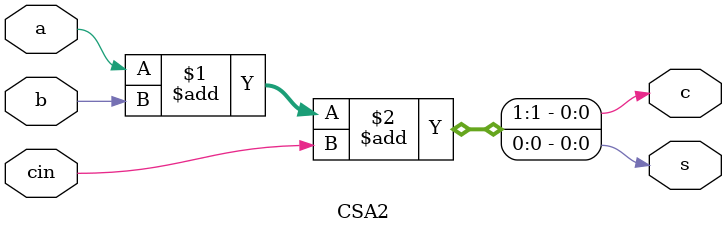
<source format=v>
`timescale 1ns / 1ps


module CSA2(
    input a,b,cin,
    output s,c);
    
    assign {c,s} = a+b+cin;
endmodule

</source>
